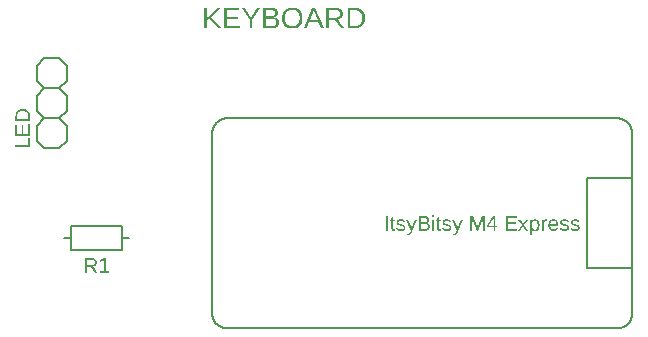
<source format=gbr>
G04 EAGLE Gerber RS-274X export*
G75*
%MOMM*%
%FSLAX34Y34*%
%LPD*%
%INSilkscreen Top*%
%IPPOS*%
%AMOC8*
5,1,8,0,0,1.08239X$1,22.5*%
G01*
G04 Define Apertures*
%ADD10C,0.152400*%
%ADD11C,0.127000*%
G36*
X546684Y418855D02*
X546030Y418872D01*
X545399Y418922D01*
X544790Y419006D01*
X544205Y419125D01*
X543642Y419276D01*
X543102Y419462D01*
X542584Y419681D01*
X542090Y419934D01*
X541621Y420219D01*
X541181Y420534D01*
X540769Y420879D01*
X540386Y421255D01*
X540032Y421660D01*
X539706Y422095D01*
X539408Y422561D01*
X539140Y423056D01*
X538901Y423578D01*
X538694Y424120D01*
X538519Y424684D01*
X538376Y425269D01*
X538264Y425876D01*
X538185Y426503D01*
X538137Y427152D01*
X538121Y427823D01*
X538130Y428334D01*
X538157Y428831D01*
X538201Y429314D01*
X538263Y429783D01*
X538343Y430238D01*
X538440Y430678D01*
X538556Y431105D01*
X538689Y431517D01*
X538839Y431915D01*
X539008Y432299D01*
X539194Y432669D01*
X539398Y433025D01*
X539620Y433366D01*
X539859Y433694D01*
X540116Y434007D01*
X540391Y434306D01*
X540681Y434589D01*
X540986Y434854D01*
X541304Y435101D01*
X541637Y435329D01*
X541983Y435539D01*
X542343Y435730D01*
X542717Y435904D01*
X543105Y436059D01*
X543507Y436196D01*
X543923Y436315D01*
X544352Y436415D01*
X544796Y436497D01*
X545253Y436561D01*
X545725Y436607D01*
X546210Y436634D01*
X546709Y436643D01*
X547357Y436627D01*
X547984Y436578D01*
X548589Y436496D01*
X549172Y436381D01*
X549733Y436234D01*
X550272Y436053D01*
X550789Y435840D01*
X551285Y435594D01*
X551755Y435317D01*
X552197Y435011D01*
X552610Y434674D01*
X552995Y434308D01*
X553351Y433912D01*
X553678Y433486D01*
X553977Y433031D01*
X554248Y432546D01*
X554488Y432035D01*
X554696Y431501D01*
X554872Y430944D01*
X555016Y430365D01*
X555128Y429763D01*
X555208Y429139D01*
X555256Y428492D01*
X555272Y427823D01*
X555256Y427155D01*
X555207Y426509D01*
X555126Y425884D01*
X555013Y425280D01*
X554867Y424697D01*
X554689Y424135D01*
X554478Y423595D01*
X554235Y423075D01*
X553962Y422580D01*
X553661Y422116D01*
X553331Y421680D01*
X552973Y421275D01*
X552587Y420898D01*
X552173Y420551D01*
X551731Y420234D01*
X551260Y419946D01*
X550765Y419691D01*
X550247Y419469D01*
X549708Y419281D01*
X549147Y419128D01*
X548564Y419008D01*
X547959Y418923D01*
X547333Y418872D01*
X546684Y418855D01*
G37*
%LPC*%
G36*
X546684Y420756D02*
X547053Y420763D01*
X547411Y420785D01*
X547758Y420821D01*
X548094Y420872D01*
X548419Y420936D01*
X548734Y421016D01*
X549037Y421110D01*
X549330Y421218D01*
X549611Y421340D01*
X549882Y421477D01*
X550142Y421629D01*
X550391Y421795D01*
X550629Y421975D01*
X550857Y422170D01*
X551073Y422379D01*
X551279Y422603D01*
X551473Y422839D01*
X551654Y423088D01*
X551823Y423349D01*
X551979Y423621D01*
X552123Y423906D01*
X552254Y424202D01*
X552373Y424510D01*
X552479Y424831D01*
X552573Y425163D01*
X552655Y425507D01*
X552723Y425863D01*
X552780Y426231D01*
X552823Y426611D01*
X552855Y427003D01*
X552873Y427407D01*
X552880Y427823D01*
X552873Y428220D01*
X552855Y428608D01*
X552823Y428984D01*
X552779Y429349D01*
X552722Y429704D01*
X552653Y430048D01*
X552571Y430380D01*
X552476Y430703D01*
X552369Y431014D01*
X552250Y431314D01*
X552117Y431604D01*
X551972Y431883D01*
X551815Y432150D01*
X551645Y432408D01*
X551462Y432654D01*
X551266Y432889D01*
X551060Y433112D01*
X550842Y433321D01*
X550615Y433515D01*
X550377Y433694D01*
X550128Y433860D01*
X549869Y434011D01*
X549600Y434147D01*
X549320Y434269D01*
X549030Y434377D01*
X548730Y434471D01*
X548419Y434550D01*
X548098Y434615D01*
X547766Y434665D01*
X547424Y434701D01*
X547072Y434722D01*
X546709Y434730D01*
X546343Y434722D01*
X545988Y434701D01*
X545643Y434666D01*
X545309Y434616D01*
X544985Y434552D01*
X544672Y434474D01*
X544369Y434382D01*
X544077Y434276D01*
X543796Y434155D01*
X543525Y434020D01*
X543265Y433871D01*
X543015Y433708D01*
X542775Y433531D01*
X542547Y433339D01*
X542328Y433134D01*
X542121Y432914D01*
X541925Y432681D01*
X541741Y432437D01*
X541570Y432182D01*
X541412Y431915D01*
X541267Y431636D01*
X541134Y431347D01*
X541014Y431046D01*
X540906Y430733D01*
X540811Y430409D01*
X540729Y430074D01*
X540659Y429727D01*
X540602Y429369D01*
X540558Y429000D01*
X540527Y428619D01*
X540508Y428226D01*
X540501Y427823D01*
X540508Y427421D01*
X540527Y427031D01*
X540559Y426651D01*
X540604Y426281D01*
X540661Y425922D01*
X540732Y425573D01*
X540815Y425235D01*
X540911Y424907D01*
X541019Y424590D01*
X541141Y424284D01*
X541275Y423987D01*
X541423Y423702D01*
X541582Y423426D01*
X541755Y423162D01*
X541941Y422908D01*
X542139Y422664D01*
X542349Y422433D01*
X542568Y422217D01*
X542798Y422016D01*
X543037Y421829D01*
X543287Y421658D01*
X543546Y421501D01*
X543815Y421360D01*
X544094Y421233D01*
X544383Y421121D01*
X544682Y421024D01*
X544991Y420942D01*
X545310Y420875D01*
X545639Y420823D01*
X545977Y420786D01*
X546326Y420764D01*
X546684Y420756D01*
G37*
%LPD*%
G36*
X599895Y419100D02*
X593430Y419100D01*
X593430Y436386D01*
X599147Y436386D01*
X599688Y436377D01*
X600213Y436351D01*
X600723Y436308D01*
X601217Y436248D01*
X601696Y436171D01*
X602159Y436076D01*
X602606Y435964D01*
X603037Y435835D01*
X603453Y435689D01*
X603853Y435526D01*
X604238Y435345D01*
X604606Y435147D01*
X604959Y434932D01*
X605297Y434700D01*
X605619Y434450D01*
X605925Y434184D01*
X606214Y433901D01*
X606484Y433604D01*
X606736Y433292D01*
X606969Y432966D01*
X607183Y432626D01*
X607379Y432271D01*
X607556Y431901D01*
X607714Y431517D01*
X607854Y431118D01*
X607975Y430705D01*
X608078Y430277D01*
X608162Y429835D01*
X608227Y429378D01*
X608274Y428907D01*
X608302Y428421D01*
X608311Y427921D01*
X608295Y427263D01*
X608246Y426625D01*
X608164Y426009D01*
X608050Y425413D01*
X607904Y424839D01*
X607724Y424285D01*
X607513Y423752D01*
X607268Y423240D01*
X606994Y422754D01*
X606692Y422296D01*
X606364Y421868D01*
X606008Y421469D01*
X605624Y421100D01*
X605214Y420760D01*
X604776Y420449D01*
X604312Y420167D01*
X603824Y419917D01*
X603318Y419700D01*
X602793Y419517D01*
X602251Y419367D01*
X601689Y419250D01*
X601110Y419167D01*
X600512Y419117D01*
X599895Y419100D01*
G37*
%LPC*%
G36*
X599625Y420977D02*
X600093Y420990D01*
X600547Y421029D01*
X600987Y421094D01*
X601412Y421186D01*
X601822Y421303D01*
X602219Y421446D01*
X602601Y421616D01*
X602968Y421811D01*
X603318Y422031D01*
X603647Y422274D01*
X603955Y422540D01*
X604243Y422829D01*
X604509Y423142D01*
X604754Y423477D01*
X604979Y423835D01*
X605183Y424216D01*
X605364Y424617D01*
X605521Y425036D01*
X605654Y425473D01*
X605762Y425927D01*
X605847Y426399D01*
X605907Y426889D01*
X605943Y427396D01*
X605955Y427921D01*
X605949Y428317D01*
X605928Y428700D01*
X605894Y429072D01*
X605845Y429432D01*
X605784Y429780D01*
X605708Y430117D01*
X605619Y430441D01*
X605515Y430753D01*
X605398Y431053D01*
X605268Y431342D01*
X605123Y431618D01*
X604965Y431883D01*
X604793Y432136D01*
X604608Y432376D01*
X604408Y432605D01*
X604195Y432822D01*
X603969Y433026D01*
X603730Y433217D01*
X603479Y433395D01*
X603216Y433560D01*
X602941Y433711D01*
X602653Y433850D01*
X602353Y433975D01*
X602040Y434087D01*
X601716Y434186D01*
X601379Y434271D01*
X601029Y434344D01*
X600668Y434403D01*
X600294Y434449D01*
X599907Y434482D01*
X599509Y434502D01*
X599098Y434509D01*
X595773Y434509D01*
X595773Y420977D01*
X599625Y420977D01*
G37*
%LPD*%
G36*
X529228Y419100D02*
X522211Y419100D01*
X522211Y436386D01*
X528492Y436386D01*
X529229Y436369D01*
X529918Y436320D01*
X530560Y436238D01*
X531154Y436123D01*
X531701Y435976D01*
X532200Y435796D01*
X532652Y435583D01*
X533056Y435337D01*
X533413Y435058D01*
X533722Y434747D01*
X533983Y434403D01*
X534197Y434026D01*
X534363Y433616D01*
X534482Y433173D01*
X534553Y432698D01*
X534571Y432448D01*
X534577Y432190D01*
X534564Y431814D01*
X534524Y431454D01*
X534456Y431109D01*
X534363Y430779D01*
X534242Y430465D01*
X534094Y430166D01*
X533920Y429882D01*
X533718Y429614D01*
X533493Y429364D01*
X533353Y429236D01*
X533245Y429135D01*
X532974Y428928D01*
X532682Y428743D01*
X532367Y428579D01*
X532030Y428436D01*
X531671Y428315D01*
X531289Y428215D01*
X531790Y428140D01*
X532261Y428037D01*
X532702Y427906D01*
X533114Y427747D01*
X533497Y427561D01*
X533850Y427347D01*
X534173Y427105D01*
X534309Y426980D01*
X534467Y426835D01*
X534728Y426542D01*
X534955Y426230D01*
X535147Y425900D01*
X535304Y425551D01*
X535426Y425184D01*
X535513Y424798D01*
X535566Y424394D01*
X535583Y423970D01*
X535577Y423686D01*
X535557Y423410D01*
X535524Y423142D01*
X535478Y422881D01*
X535419Y422629D01*
X535347Y422385D01*
X535163Y421920D01*
X534927Y421488D01*
X534638Y421087D01*
X534296Y420719D01*
X533903Y420382D01*
X533462Y420082D01*
X532980Y419821D01*
X532457Y419601D01*
X531894Y419421D01*
X531289Y419280D01*
X530643Y419180D01*
X529956Y419120D01*
X529228Y419100D01*
G37*
%LPC*%
G36*
X529106Y420977D02*
X529624Y420989D01*
X530106Y421027D01*
X530552Y421089D01*
X530961Y421176D01*
X531334Y421289D01*
X531670Y421426D01*
X531970Y421588D01*
X532234Y421774D01*
X532464Y421986D01*
X532663Y422222D01*
X532832Y422483D01*
X532970Y422768D01*
X533077Y423078D01*
X533154Y423412D01*
X533200Y423771D01*
X533215Y424154D01*
X533199Y424524D01*
X533148Y424870D01*
X533065Y425193D01*
X532947Y425491D01*
X532796Y425765D01*
X532612Y426016D01*
X532394Y426243D01*
X532142Y426446D01*
X531857Y426624D01*
X531538Y426780D01*
X531186Y426911D01*
X530800Y427018D01*
X530381Y427102D01*
X529928Y427161D01*
X529442Y427197D01*
X528922Y427209D01*
X524554Y427209D01*
X524554Y420977D01*
X529106Y420977D01*
G37*
G36*
X528492Y429037D02*
X528947Y429048D01*
X529371Y429081D01*
X529766Y429136D01*
X530132Y429213D01*
X530467Y429313D01*
X530773Y429434D01*
X531049Y429577D01*
X531296Y429743D01*
X531513Y429931D01*
X531701Y430142D01*
X531860Y430378D01*
X531990Y430637D01*
X532092Y430919D01*
X532164Y431225D01*
X532207Y431555D01*
X532222Y431908D01*
X532207Y432245D01*
X532162Y432557D01*
X532087Y432845D01*
X531983Y433107D01*
X531848Y433345D01*
X531684Y433557D01*
X531489Y433745D01*
X531265Y433908D01*
X531012Y434048D01*
X530733Y434171D01*
X530426Y434274D01*
X530093Y434358D01*
X529733Y434424D01*
X529346Y434471D01*
X528933Y434499D01*
X528492Y434509D01*
X524554Y434509D01*
X524554Y429037D01*
X528492Y429037D01*
G37*
%LPD*%
G36*
X577617Y419100D02*
X575274Y419100D01*
X575274Y436386D01*
X583407Y436386D01*
X584116Y436365D01*
X584784Y436304D01*
X585410Y436202D01*
X585994Y436059D01*
X586537Y435875D01*
X587038Y435651D01*
X587498Y435385D01*
X587916Y435079D01*
X588288Y434737D01*
X588611Y434362D01*
X588884Y433955D01*
X589107Y433517D01*
X589281Y433046D01*
X589405Y432543D01*
X589449Y432280D01*
X589480Y432008D01*
X589498Y431729D01*
X589504Y431442D01*
X589487Y430970D01*
X589434Y430517D01*
X589347Y430083D01*
X589224Y429669D01*
X589066Y429274D01*
X588873Y428898D01*
X588645Y428541D01*
X588382Y428203D01*
X588088Y427890D01*
X587767Y427607D01*
X587420Y427355D01*
X587265Y427262D01*
X587046Y427133D01*
X586646Y426941D01*
X586219Y426779D01*
X585765Y426648D01*
X585284Y426547D01*
X587373Y423377D01*
X590192Y419100D01*
X587493Y419100D01*
X583002Y426277D01*
X577617Y426277D01*
X577617Y419100D01*
G37*
%LPC*%
G36*
X583272Y428129D02*
X583722Y428143D01*
X584146Y428183D01*
X584543Y428251D01*
X584915Y428346D01*
X585260Y428467D01*
X585578Y428616D01*
X585871Y428791D01*
X586137Y428994D01*
X586374Y429221D01*
X586580Y429470D01*
X586754Y429740D01*
X586896Y430032D01*
X587007Y430346D01*
X587086Y430681D01*
X587133Y431038D01*
X587149Y431417D01*
X587133Y431783D01*
X587085Y432127D01*
X587005Y432448D01*
X586893Y432747D01*
X586749Y433023D01*
X586573Y433277D01*
X586365Y433508D01*
X586125Y433717D01*
X585854Y433903D01*
X585556Y434064D01*
X585230Y434200D01*
X584875Y434311D01*
X584492Y434397D01*
X584081Y434459D01*
X583642Y434496D01*
X583174Y434509D01*
X577617Y434509D01*
X577617Y428129D01*
X583272Y428129D01*
G37*
%LPD*%
G36*
X558941Y419100D02*
X556512Y419100D01*
X563566Y436386D01*
X566228Y436386D01*
X573172Y419100D01*
X570779Y419100D01*
X568804Y424154D01*
X560928Y424154D01*
X558941Y419100D01*
G37*
%LPC*%
G36*
X568105Y425982D02*
X565884Y431687D01*
X565541Y432589D01*
X565197Y433601D01*
X564866Y434619D01*
X564756Y434276D01*
X564375Y433113D01*
X563848Y431663D01*
X561640Y425982D01*
X568105Y425982D01*
G37*
%LPD*%
G36*
X502329Y419100D02*
X488711Y419100D01*
X488711Y436386D01*
X501826Y436386D01*
X501826Y434472D01*
X491054Y434472D01*
X491054Y428927D01*
X501090Y428927D01*
X501090Y427037D01*
X491054Y427037D01*
X491054Y421014D01*
X502329Y421014D01*
X502329Y419100D01*
G37*
G36*
X474304Y419100D02*
X471961Y419100D01*
X471961Y436386D01*
X474304Y436386D01*
X474304Y427724D01*
X482634Y436386D01*
X485395Y436386D01*
X478034Y428878D01*
X486376Y419100D01*
X483468Y419100D01*
X476562Y427442D01*
X474304Y425725D01*
X474304Y419100D01*
G37*
G36*
X512932Y419100D02*
X510601Y419100D01*
X510601Y426265D01*
X503952Y436386D01*
X506528Y436386D01*
X511791Y428154D01*
X517030Y436386D01*
X519606Y436386D01*
X512932Y426265D01*
X512932Y419100D01*
G37*
G36*
X324612Y340147D02*
X312271Y340147D01*
X312271Y344228D01*
X312277Y344615D01*
X312296Y344990D01*
X312327Y345354D01*
X312370Y345707D01*
X312425Y346048D01*
X312492Y346379D01*
X312572Y346698D01*
X312664Y347006D01*
X312769Y347303D01*
X312885Y347588D01*
X313014Y347863D01*
X313156Y348126D01*
X313309Y348378D01*
X313475Y348619D01*
X313653Y348849D01*
X313843Y349068D01*
X314045Y349274D01*
X314257Y349467D01*
X314480Y349646D01*
X314712Y349813D01*
X314956Y349966D01*
X315209Y350106D01*
X315473Y350232D01*
X315747Y350345D01*
X316032Y350445D01*
X316327Y350531D01*
X316632Y350605D01*
X316948Y350665D01*
X317274Y350711D01*
X317611Y350744D01*
X317957Y350764D01*
X318315Y350771D01*
X318785Y350759D01*
X319239Y350725D01*
X319680Y350666D01*
X320105Y350585D01*
X320515Y350480D01*
X320910Y350352D01*
X321291Y350201D01*
X321656Y350027D01*
X322004Y349831D01*
X322330Y349615D01*
X322636Y349381D01*
X322921Y349127D01*
X323184Y348853D01*
X323427Y348560D01*
X323649Y348248D01*
X323850Y347916D01*
X324029Y347568D01*
X324183Y347206D01*
X324314Y346832D01*
X324422Y346444D01*
X324505Y346044D01*
X324564Y345630D01*
X324600Y345203D01*
X324612Y344763D01*
X324612Y340147D01*
G37*
%LPC*%
G36*
X323272Y341820D02*
X323272Y344570D01*
X323263Y344904D01*
X323235Y345228D01*
X323188Y345542D01*
X323123Y345845D01*
X323039Y346139D01*
X322937Y346422D01*
X322816Y346694D01*
X322676Y346957D01*
X322519Y347207D01*
X322346Y347441D01*
X322156Y347661D01*
X321949Y347866D01*
X321727Y348057D01*
X321487Y348232D01*
X321232Y348392D01*
X320960Y348538D01*
X320673Y348667D01*
X320374Y348779D01*
X320062Y348874D01*
X319738Y348951D01*
X319401Y349012D01*
X319051Y349055D01*
X318689Y349081D01*
X318315Y349089D01*
X317758Y349070D01*
X317235Y349011D01*
X316747Y348913D01*
X316293Y348775D01*
X315872Y348598D01*
X315486Y348382D01*
X315134Y348127D01*
X314816Y347833D01*
X314533Y347501D01*
X314289Y347134D01*
X314082Y346732D01*
X313912Y346294D01*
X313781Y345822D01*
X313687Y345314D01*
X313630Y344771D01*
X313611Y344193D01*
X313611Y341820D01*
X323272Y341820D01*
G37*
%LPD*%
G36*
X324612Y328178D02*
X312271Y328178D01*
X312271Y337541D01*
X313638Y337541D01*
X313638Y329851D01*
X317596Y329851D01*
X317596Y337016D01*
X318945Y337016D01*
X318945Y329851D01*
X323246Y329851D01*
X323246Y337900D01*
X324612Y337900D01*
X324612Y328178D01*
G37*
G36*
X324612Y318209D02*
X312271Y318209D01*
X312271Y319882D01*
X323246Y319882D01*
X323246Y326118D01*
X324612Y326118D01*
X324612Y318209D01*
G37*
G36*
X372680Y212100D02*
X371007Y212100D01*
X371007Y224441D01*
X376814Y224441D01*
X377320Y224426D01*
X377797Y224382D01*
X378244Y224310D01*
X378661Y224208D01*
X379048Y224076D01*
X379406Y223916D01*
X379734Y223727D01*
X380033Y223508D01*
X380298Y223263D01*
X380529Y222996D01*
X380724Y222706D01*
X380883Y222392D01*
X381007Y222056D01*
X381096Y221697D01*
X381149Y221316D01*
X381167Y220911D01*
X381154Y220574D01*
X381117Y220251D01*
X381054Y219941D01*
X380966Y219645D01*
X380854Y219363D01*
X380716Y219095D01*
X380553Y218840D01*
X380365Y218599D01*
X380155Y218375D01*
X379927Y218174D01*
X379679Y217993D01*
X379568Y217927D01*
X379412Y217835D01*
X379126Y217698D01*
X378821Y217582D01*
X378497Y217489D01*
X378154Y217416D01*
X379645Y215153D01*
X381657Y212100D01*
X379730Y212100D01*
X376525Y217224D01*
X372680Y217224D01*
X372680Y212100D01*
G37*
%LPC*%
G36*
X376717Y218546D02*
X377039Y218556D01*
X377341Y218585D01*
X377625Y218633D01*
X377890Y218701D01*
X378136Y218787D01*
X378364Y218894D01*
X378573Y219019D01*
X378763Y219164D01*
X378932Y219326D01*
X379079Y219503D01*
X379203Y219696D01*
X379304Y219905D01*
X379384Y220129D01*
X379440Y220368D01*
X379474Y220623D01*
X379485Y220894D01*
X379474Y221155D01*
X379439Y221400D01*
X379382Y221630D01*
X379302Y221843D01*
X379199Y222040D01*
X379074Y222221D01*
X378925Y222387D01*
X378754Y222536D01*
X378561Y222668D01*
X378348Y222783D01*
X378115Y222880D01*
X377861Y222960D01*
X377588Y223021D01*
X377295Y223065D01*
X376981Y223092D01*
X376647Y223101D01*
X372680Y223101D01*
X372680Y218546D01*
X376717Y218546D01*
G37*
%LPD*%
G36*
X391573Y212100D02*
X383839Y212100D01*
X383839Y213440D01*
X386984Y213440D01*
X386984Y222934D01*
X384198Y220946D01*
X384198Y222435D01*
X387115Y224441D01*
X388569Y224441D01*
X388569Y213440D01*
X391573Y213440D01*
X391573Y212100D01*
G37*
G36*
X658568Y247650D02*
X653558Y247650D01*
X653558Y259991D01*
X658042Y259991D01*
X658569Y259979D01*
X659061Y259944D01*
X659519Y259885D01*
X659943Y259804D01*
X660333Y259698D01*
X660690Y259570D01*
X661012Y259417D01*
X661301Y259242D01*
X661555Y259043D01*
X661776Y258821D01*
X661962Y258575D01*
X662115Y258306D01*
X662234Y258013D01*
X662319Y257697D01*
X662370Y257358D01*
X662387Y256995D01*
X662377Y256727D01*
X662348Y256470D01*
X662301Y256224D01*
X662233Y255988D01*
X662147Y255764D01*
X662042Y255550D01*
X661917Y255348D01*
X661774Y255156D01*
X661612Y254978D01*
X661513Y254886D01*
X661435Y254814D01*
X661242Y254667D01*
X661034Y254534D01*
X660809Y254417D01*
X660568Y254315D01*
X660312Y254229D01*
X660039Y254158D01*
X660397Y254104D01*
X660733Y254030D01*
X661048Y253937D01*
X661342Y253824D01*
X661615Y253691D01*
X661867Y253538D01*
X662098Y253365D01*
X662195Y253276D01*
X662308Y253172D01*
X662495Y252963D01*
X662657Y252741D01*
X662794Y252505D01*
X662906Y252256D01*
X662993Y251994D01*
X663055Y251718D01*
X663092Y251429D01*
X663105Y251127D01*
X663086Y250727D01*
X663030Y250350D01*
X662936Y249995D01*
X662805Y249663D01*
X662636Y249355D01*
X662430Y249069D01*
X662186Y248806D01*
X661905Y248565D01*
X661590Y248351D01*
X661246Y248165D01*
X660873Y248008D01*
X660471Y247879D01*
X660039Y247779D01*
X659578Y247707D01*
X659088Y247664D01*
X658568Y247650D01*
G37*
%LPC*%
G36*
X658480Y248990D02*
X658851Y248999D01*
X659195Y249026D01*
X659513Y249070D01*
X659805Y249132D01*
X660071Y249212D01*
X660312Y249310D01*
X660526Y249426D01*
X660714Y249559D01*
X660878Y249710D01*
X661020Y249879D01*
X661141Y250065D01*
X661239Y250269D01*
X661316Y250490D01*
X661371Y250729D01*
X661404Y250985D01*
X661415Y251259D01*
X661403Y251523D01*
X661367Y251770D01*
X661307Y252000D01*
X661223Y252213D01*
X661115Y252409D01*
X660983Y252587D01*
X660828Y252749D01*
X660648Y252894D01*
X660445Y253022D01*
X660217Y253133D01*
X659966Y253226D01*
X659690Y253303D01*
X659391Y253363D01*
X659068Y253405D01*
X658720Y253431D01*
X658349Y253439D01*
X655231Y253439D01*
X655231Y248990D01*
X658480Y248990D01*
G37*
G36*
X658042Y254744D02*
X658367Y254752D01*
X658670Y254776D01*
X658952Y254815D01*
X659213Y254870D01*
X659452Y254941D01*
X659671Y255028D01*
X659868Y255130D01*
X660044Y255248D01*
X660199Y255382D01*
X660333Y255534D01*
X660447Y255701D01*
X660540Y255886D01*
X660612Y256088D01*
X660664Y256306D01*
X660695Y256542D01*
X660705Y256794D01*
X660694Y257035D01*
X660662Y257258D01*
X660609Y257463D01*
X660534Y257650D01*
X660438Y257820D01*
X660321Y257971D01*
X660182Y258105D01*
X660022Y258222D01*
X659842Y258322D01*
X659642Y258409D01*
X659423Y258483D01*
X659185Y258543D01*
X658928Y258590D01*
X658652Y258624D01*
X658357Y258644D01*
X658042Y258651D01*
X655231Y258651D01*
X655231Y254744D01*
X658042Y254744D01*
G37*
%LPD*%
G36*
X749559Y243928D02*
X747983Y243928D01*
X747983Y255191D01*
X747970Y256406D01*
X747953Y256828D01*
X747930Y257127D01*
X749454Y257127D01*
X749481Y256877D01*
X749520Y256216D01*
X749542Y255603D01*
X749577Y255603D01*
X749804Y256011D01*
X750065Y256361D01*
X750360Y256653D01*
X750521Y256777D01*
X750689Y256886D01*
X750869Y256981D01*
X751063Y257064D01*
X751270Y257134D01*
X751491Y257191D01*
X751725Y257236D01*
X751973Y257268D01*
X752235Y257287D01*
X752511Y257293D01*
X752935Y257275D01*
X753332Y257220D01*
X753700Y257128D01*
X754042Y257000D01*
X754355Y256835D01*
X754641Y256633D01*
X754899Y256395D01*
X755130Y256120D01*
X755333Y255805D01*
X755509Y255449D01*
X755658Y255051D01*
X755780Y254611D01*
X755875Y254129D01*
X755943Y253605D01*
X755983Y253040D01*
X755997Y252432D01*
X755983Y251832D01*
X755942Y251270D01*
X755874Y250747D01*
X755779Y250263D01*
X755657Y249818D01*
X755507Y249411D01*
X755330Y249043D01*
X755125Y248714D01*
X754894Y248424D01*
X754635Y248172D01*
X754349Y247959D01*
X754036Y247785D01*
X753696Y247649D01*
X753328Y247552D01*
X752933Y247494D01*
X752511Y247475D01*
X752243Y247481D01*
X751986Y247501D01*
X751740Y247533D01*
X751506Y247578D01*
X751283Y247636D01*
X751071Y247706D01*
X750870Y247790D01*
X750680Y247886D01*
X750502Y247996D01*
X750335Y248118D01*
X750179Y248253D01*
X750035Y248401D01*
X749901Y248562D01*
X749779Y248736D01*
X749668Y248922D01*
X749568Y249121D01*
X749524Y249121D01*
X749540Y249002D01*
X749551Y248714D01*
X749559Y247633D01*
X749559Y243928D01*
G37*
%LPC*%
G36*
X752091Y248640D02*
X752374Y248653D01*
X752638Y248694D01*
X752882Y248761D01*
X753106Y248855D01*
X753310Y248977D01*
X753494Y249125D01*
X753658Y249300D01*
X753803Y249502D01*
X753929Y249736D01*
X754039Y250007D01*
X754131Y250314D01*
X754207Y250657D01*
X754266Y251038D01*
X754308Y251454D01*
X754333Y251907D01*
X754342Y252397D01*
X754333Y252874D01*
X754308Y253316D01*
X754266Y253723D01*
X754208Y254094D01*
X754133Y254430D01*
X754041Y254731D01*
X753933Y254996D01*
X753807Y255226D01*
X753664Y255425D01*
X753501Y255598D01*
X753318Y255744D01*
X753115Y255863D01*
X752893Y255956D01*
X752651Y256023D01*
X752390Y256062D01*
X752108Y256076D01*
X751880Y256070D01*
X751665Y256051D01*
X751463Y256020D01*
X751273Y255977D01*
X751096Y255922D01*
X750931Y255854D01*
X750780Y255774D01*
X750641Y255682D01*
X750392Y255457D01*
X750175Y255177D01*
X749989Y254842D01*
X749835Y254451D01*
X749715Y254001D01*
X749628Y253489D01*
X749577Y252913D01*
X749559Y252275D01*
X749569Y251823D01*
X749597Y251403D01*
X749643Y251013D01*
X749708Y250654D01*
X749792Y250326D01*
X749894Y250028D01*
X750015Y249761D01*
X750155Y249524D01*
X750316Y249317D01*
X750499Y249137D01*
X750706Y248985D01*
X750937Y248861D01*
X751190Y248764D01*
X751467Y248695D01*
X751767Y248654D01*
X752091Y248640D01*
G37*
%LPD*%
G36*
X698922Y247650D02*
X697433Y247650D01*
X697433Y259991D01*
X699632Y259991D01*
X702916Y251434D01*
X703088Y250898D01*
X703253Y250326D01*
X703468Y249472D01*
X703576Y249913D01*
X703761Y250536D01*
X703948Y251117D01*
X704063Y251434D01*
X707286Y259991D01*
X709432Y259991D01*
X709432Y247650D01*
X707926Y247650D01*
X707926Y255883D01*
X707946Y257223D01*
X708005Y258511D01*
X707597Y257114D01*
X707410Y256543D01*
X707234Y256058D01*
X704046Y247650D01*
X702872Y247650D01*
X699640Y256058D01*
X699150Y257547D01*
X698861Y258511D01*
X698887Y257538D01*
X698922Y255883D01*
X698922Y247650D01*
G37*
G36*
X718615Y247650D02*
X717127Y247650D01*
X717127Y250444D01*
X711311Y250444D01*
X711311Y251670D01*
X716960Y259991D01*
X718615Y259991D01*
X718615Y251688D01*
X720350Y251688D01*
X720350Y250444D01*
X718615Y250444D01*
X718615Y247650D01*
G37*
%LPC*%
G36*
X717127Y251688D02*
X717127Y258213D01*
X716881Y257749D01*
X716540Y257171D01*
X713378Y252511D01*
X712905Y251863D01*
X712765Y251688D01*
X717127Y251688D01*
G37*
%LPD*%
G36*
X737061Y247650D02*
X727339Y247650D01*
X727339Y259991D01*
X736702Y259991D01*
X736702Y258624D01*
X729012Y258624D01*
X729012Y254666D01*
X736177Y254666D01*
X736177Y253317D01*
X729012Y253317D01*
X729012Y249016D01*
X737061Y249016D01*
X737061Y247650D01*
G37*
G36*
X767805Y247475D02*
X767296Y247494D01*
X766817Y247553D01*
X766370Y247651D01*
X765954Y247788D01*
X765570Y247964D01*
X765216Y248179D01*
X764895Y248434D01*
X764604Y248727D01*
X764347Y249059D01*
X764123Y249430D01*
X763934Y249838D01*
X763780Y250284D01*
X763660Y250768D01*
X763574Y251291D01*
X763522Y251851D01*
X763505Y252450D01*
X763522Y253019D01*
X763574Y253555D01*
X763660Y254056D01*
X763780Y254523D01*
X763934Y254956D01*
X764123Y255355D01*
X764347Y255719D01*
X764604Y256049D01*
X764894Y256343D01*
X765213Y256597D01*
X765561Y256813D01*
X765939Y256989D01*
X766346Y257126D01*
X766783Y257224D01*
X767249Y257282D01*
X767744Y257302D01*
X768250Y257282D01*
X768723Y257223D01*
X769164Y257125D01*
X769572Y256987D01*
X769947Y256810D01*
X770290Y256594D01*
X770600Y256338D01*
X770877Y256043D01*
X771122Y255708D01*
X771334Y255335D01*
X771514Y254922D01*
X771661Y254469D01*
X771775Y253977D01*
X771857Y253446D01*
X771906Y252876D01*
X771922Y252266D01*
X771922Y252056D01*
X765160Y252056D01*
X765171Y251660D01*
X765202Y251288D01*
X765255Y250938D01*
X765329Y250613D01*
X765424Y250310D01*
X765540Y250031D01*
X765677Y249775D01*
X765835Y249542D01*
X766013Y249335D01*
X766211Y249155D01*
X766428Y249003D01*
X766665Y248878D01*
X766921Y248782D01*
X767196Y248713D01*
X767491Y248671D01*
X767805Y248657D01*
X768055Y248664D01*
X768292Y248683D01*
X768517Y248715D01*
X768728Y248760D01*
X768927Y248818D01*
X769113Y248889D01*
X769287Y248972D01*
X769448Y249069D01*
X769731Y249288D01*
X769965Y249535D01*
X770150Y249810D01*
X770284Y250111D01*
X771668Y249717D01*
X771553Y249446D01*
X771422Y249192D01*
X771273Y248955D01*
X771108Y248736D01*
X770926Y248535D01*
X770726Y248351D01*
X770510Y248184D01*
X770277Y248035D01*
X770028Y247904D01*
X769761Y247790D01*
X769477Y247694D01*
X769177Y247615D01*
X768859Y247554D01*
X768525Y247510D01*
X768174Y247484D01*
X767805Y247475D01*
G37*
%LPC*%
G36*
X770293Y253264D02*
X770252Y253626D01*
X770196Y253962D01*
X770124Y254274D01*
X770037Y254559D01*
X769934Y254820D01*
X769815Y255055D01*
X769681Y255265D01*
X769531Y255449D01*
X769365Y255611D01*
X769181Y255750D01*
X768980Y255868D01*
X768762Y255965D01*
X768527Y256040D01*
X768275Y256094D01*
X768005Y256126D01*
X767718Y256137D01*
X767438Y256125D01*
X767174Y256089D01*
X766924Y256029D01*
X766690Y255945D01*
X766470Y255838D01*
X766265Y255706D01*
X766075Y255550D01*
X765900Y255371D01*
X765743Y255170D01*
X765604Y254952D01*
X765485Y254715D01*
X765385Y254461D01*
X765304Y254189D01*
X765243Y253898D01*
X765201Y253590D01*
X765178Y253264D01*
X770293Y253264D01*
G37*
%LPD*%
G36*
X644791Y243928D02*
X644480Y243934D01*
X644195Y243952D01*
X643937Y243982D01*
X643705Y244024D01*
X643705Y245206D01*
X644055Y245167D01*
X644440Y245154D01*
X644622Y245162D01*
X644799Y245188D01*
X644971Y245230D01*
X645138Y245289D01*
X645300Y245365D01*
X645458Y245458D01*
X645759Y245695D01*
X646040Y245999D01*
X646303Y246371D01*
X646546Y246810D01*
X646770Y247317D01*
X646919Y247694D01*
X643162Y257127D01*
X644843Y257127D01*
X646840Y251889D01*
X646945Y251596D01*
X647340Y250453D01*
X647699Y249367D01*
X648312Y251092D01*
X650388Y257127D01*
X652052Y257127D01*
X648408Y247650D01*
X648120Y246941D01*
X647841Y246329D01*
X647572Y245813D01*
X647313Y245395D01*
X647052Y245048D01*
X646778Y244749D01*
X646490Y244496D01*
X646188Y244291D01*
X645869Y244132D01*
X645530Y244019D01*
X645170Y243950D01*
X644791Y243928D01*
G37*
G36*
X683666Y243928D02*
X683355Y243934D01*
X683070Y243952D01*
X682812Y243982D01*
X682580Y244024D01*
X682580Y245206D01*
X682930Y245167D01*
X683315Y245154D01*
X683497Y245162D01*
X683674Y245188D01*
X683846Y245230D01*
X684013Y245289D01*
X684175Y245365D01*
X684333Y245458D01*
X684634Y245695D01*
X684915Y245999D01*
X685178Y246371D01*
X685421Y246810D01*
X685645Y247317D01*
X685794Y247694D01*
X682037Y257127D01*
X683718Y257127D01*
X685715Y251889D01*
X685820Y251596D01*
X686215Y250453D01*
X686574Y249367D01*
X687187Y251092D01*
X689263Y257127D01*
X690927Y257127D01*
X687283Y247650D01*
X686995Y246941D01*
X686716Y246329D01*
X686447Y245813D01*
X686188Y245395D01*
X685927Y245048D01*
X685653Y244749D01*
X685365Y244496D01*
X685063Y244291D01*
X684744Y244132D01*
X684405Y244019D01*
X684045Y243950D01*
X683666Y243928D01*
G37*
G36*
X638625Y247475D02*
X638195Y247484D01*
X637791Y247511D01*
X637412Y247557D01*
X637058Y247620D01*
X636730Y247702D01*
X636427Y247802D01*
X636149Y247921D01*
X635897Y248057D01*
X635667Y248213D01*
X635459Y248389D01*
X635271Y248586D01*
X635105Y248803D01*
X634959Y249040D01*
X634835Y249298D01*
X634731Y249576D01*
X634648Y249875D01*
X636041Y250146D01*
X636098Y249962D01*
X636169Y249791D01*
X636252Y249632D01*
X636350Y249486D01*
X636460Y249353D01*
X636585Y249232D01*
X636722Y249125D01*
X636873Y249029D01*
X637038Y248946D01*
X637219Y248874D01*
X637415Y248813D01*
X637626Y248763D01*
X638095Y248697D01*
X638625Y248675D01*
X638915Y248680D01*
X639185Y248698D01*
X639434Y248726D01*
X639664Y248767D01*
X639873Y248818D01*
X640063Y248882D01*
X640232Y248956D01*
X640381Y249043D01*
X640511Y249140D01*
X640624Y249250D01*
X640720Y249370D01*
X640798Y249502D01*
X640859Y249646D01*
X640902Y249801D01*
X640928Y249968D01*
X640937Y250146D01*
X640913Y250413D01*
X640841Y250654D01*
X640720Y250869D01*
X640552Y251057D01*
X640329Y251225D01*
X640048Y251377D01*
X639708Y251514D01*
X639308Y251635D01*
X638178Y251933D01*
X637548Y252107D01*
X637017Y252280D01*
X636583Y252451D01*
X636247Y252620D01*
X635976Y252798D01*
X635736Y252994D01*
X635527Y253208D01*
X635349Y253439D01*
X635207Y253694D01*
X635106Y253976D01*
X635045Y254285D01*
X635025Y254622D01*
X635039Y254936D01*
X635083Y255231D01*
X635155Y255507D01*
X635256Y255764D01*
X635386Y256001D01*
X635545Y256219D01*
X635732Y256418D01*
X635949Y256597D01*
X636193Y256756D01*
X636464Y256894D01*
X636761Y257010D01*
X637084Y257106D01*
X637434Y257180D01*
X637811Y257233D01*
X638213Y257265D01*
X638642Y257276D01*
X639024Y257267D01*
X639386Y257241D01*
X639728Y257198D01*
X640049Y257138D01*
X640351Y257060D01*
X640632Y256965D01*
X640893Y256853D01*
X641134Y256724D01*
X641355Y256576D01*
X641554Y256406D01*
X641732Y256216D01*
X641888Y256006D01*
X642024Y255774D01*
X642138Y255522D01*
X642231Y255249D01*
X642303Y254955D01*
X640885Y254779D01*
X640845Y254933D01*
X640791Y255076D01*
X640724Y255211D01*
X640643Y255337D01*
X640439Y255560D01*
X640179Y255747D01*
X639868Y255895D01*
X639508Y256000D01*
X639100Y256063D01*
X638642Y256084D01*
X638143Y256064D01*
X637714Y256003D01*
X637526Y255958D01*
X637355Y255902D01*
X637202Y255836D01*
X637066Y255760D01*
X636947Y255674D01*
X636844Y255578D01*
X636756Y255471D01*
X636685Y255353D01*
X636629Y255225D01*
X636590Y255087D01*
X636566Y254938D01*
X636558Y254779D01*
X636571Y254587D01*
X636610Y254412D01*
X636676Y254254D01*
X636768Y254114D01*
X636886Y253987D01*
X637029Y253871D01*
X637197Y253764D01*
X637390Y253667D01*
X637653Y253566D01*
X638029Y253448D01*
X639124Y253159D01*
X639706Y253004D01*
X640201Y252856D01*
X640609Y252713D01*
X640928Y252577D01*
X641190Y252440D01*
X641422Y252295D01*
X641625Y252144D01*
X641800Y251985D01*
X641951Y251817D01*
X642083Y251636D01*
X642198Y251443D01*
X642295Y251237D01*
X642371Y251017D01*
X642426Y250782D01*
X642459Y250533D01*
X642470Y250269D01*
X642454Y249943D01*
X642407Y249637D01*
X642328Y249350D01*
X642217Y249082D01*
X642075Y248833D01*
X641901Y248604D01*
X641695Y248393D01*
X641458Y248202D01*
X641193Y248031D01*
X640902Y247884D01*
X640586Y247759D01*
X640244Y247657D01*
X639877Y247577D01*
X639485Y247520D01*
X639068Y247486D01*
X638625Y247475D01*
G37*
G36*
X677500Y247475D02*
X677070Y247484D01*
X676666Y247511D01*
X676287Y247557D01*
X675933Y247620D01*
X675605Y247702D01*
X675302Y247802D01*
X675024Y247921D01*
X674772Y248057D01*
X674542Y248213D01*
X674334Y248389D01*
X674146Y248586D01*
X673980Y248803D01*
X673834Y249040D01*
X673710Y249298D01*
X673606Y249576D01*
X673523Y249875D01*
X674916Y250146D01*
X674973Y249962D01*
X675044Y249791D01*
X675127Y249632D01*
X675225Y249486D01*
X675335Y249353D01*
X675460Y249232D01*
X675597Y249125D01*
X675748Y249029D01*
X675913Y248946D01*
X676094Y248874D01*
X676290Y248813D01*
X676501Y248763D01*
X676970Y248697D01*
X677500Y248675D01*
X677790Y248680D01*
X678060Y248698D01*
X678309Y248726D01*
X678539Y248767D01*
X678748Y248818D01*
X678938Y248882D01*
X679107Y248956D01*
X679256Y249043D01*
X679386Y249140D01*
X679499Y249250D01*
X679595Y249370D01*
X679673Y249502D01*
X679734Y249646D01*
X679777Y249801D01*
X679803Y249968D01*
X679812Y250146D01*
X679788Y250413D01*
X679716Y250654D01*
X679595Y250869D01*
X679427Y251057D01*
X679204Y251225D01*
X678923Y251377D01*
X678583Y251514D01*
X678183Y251635D01*
X677053Y251933D01*
X676423Y252107D01*
X675892Y252280D01*
X675458Y252451D01*
X675122Y252620D01*
X674851Y252798D01*
X674611Y252994D01*
X674402Y253208D01*
X674224Y253439D01*
X674082Y253694D01*
X673981Y253976D01*
X673920Y254285D01*
X673900Y254622D01*
X673914Y254936D01*
X673958Y255231D01*
X674030Y255507D01*
X674131Y255764D01*
X674261Y256001D01*
X674420Y256219D01*
X674607Y256418D01*
X674824Y256597D01*
X675068Y256756D01*
X675339Y256894D01*
X675636Y257010D01*
X675959Y257106D01*
X676309Y257180D01*
X676686Y257233D01*
X677088Y257265D01*
X677517Y257276D01*
X677899Y257267D01*
X678261Y257241D01*
X678603Y257198D01*
X678924Y257138D01*
X679226Y257060D01*
X679507Y256965D01*
X679768Y256853D01*
X680009Y256724D01*
X680230Y256576D01*
X680429Y256406D01*
X680607Y256216D01*
X680763Y256006D01*
X680899Y255774D01*
X681013Y255522D01*
X681106Y255249D01*
X681178Y254955D01*
X679760Y254779D01*
X679720Y254933D01*
X679666Y255076D01*
X679599Y255211D01*
X679518Y255337D01*
X679314Y255560D01*
X679054Y255747D01*
X678743Y255895D01*
X678383Y256000D01*
X677975Y256063D01*
X677517Y256084D01*
X677018Y256064D01*
X676589Y256003D01*
X676401Y255958D01*
X676230Y255902D01*
X676077Y255836D01*
X675941Y255760D01*
X675822Y255674D01*
X675719Y255578D01*
X675631Y255471D01*
X675560Y255353D01*
X675504Y255225D01*
X675465Y255087D01*
X675441Y254938D01*
X675433Y254779D01*
X675446Y254587D01*
X675485Y254412D01*
X675551Y254254D01*
X675643Y254114D01*
X675761Y253987D01*
X675904Y253871D01*
X676072Y253764D01*
X676265Y253667D01*
X676528Y253566D01*
X676904Y253448D01*
X677999Y253159D01*
X678581Y253004D01*
X679076Y252856D01*
X679484Y252713D01*
X679803Y252577D01*
X680065Y252440D01*
X680297Y252295D01*
X680500Y252144D01*
X680675Y251985D01*
X680826Y251817D01*
X680958Y251636D01*
X681073Y251443D01*
X681170Y251237D01*
X681246Y251017D01*
X681301Y250782D01*
X681334Y250533D01*
X681345Y250269D01*
X681329Y249943D01*
X681282Y249637D01*
X681203Y249350D01*
X681092Y249082D01*
X680950Y248833D01*
X680776Y248604D01*
X680570Y248393D01*
X680333Y248202D01*
X680068Y248031D01*
X679777Y247884D01*
X679461Y247759D01*
X679119Y247657D01*
X678752Y247577D01*
X678360Y247520D01*
X677943Y247486D01*
X677500Y247475D01*
G37*
G36*
X777187Y247475D02*
X776758Y247484D01*
X776353Y247511D01*
X775974Y247557D01*
X775621Y247620D01*
X775292Y247702D01*
X774989Y247802D01*
X774711Y247921D01*
X774459Y248057D01*
X774230Y248213D01*
X774021Y248389D01*
X773834Y248586D01*
X773667Y248803D01*
X773522Y249040D01*
X773397Y249298D01*
X773294Y249576D01*
X773211Y249875D01*
X774604Y250146D01*
X774661Y249962D01*
X774731Y249791D01*
X774815Y249632D01*
X774912Y249486D01*
X775023Y249353D01*
X775147Y249232D01*
X775285Y249125D01*
X775436Y249029D01*
X775601Y248946D01*
X775782Y248874D01*
X775978Y248813D01*
X776189Y248763D01*
X776657Y248697D01*
X777187Y248675D01*
X777477Y248680D01*
X777747Y248698D01*
X777997Y248726D01*
X778226Y248767D01*
X778436Y248818D01*
X778625Y248882D01*
X778794Y248956D01*
X778943Y249043D01*
X779074Y249140D01*
X779187Y249250D01*
X779282Y249370D01*
X779361Y249502D01*
X779421Y249646D01*
X779465Y249801D01*
X779491Y249968D01*
X779500Y250146D01*
X779475Y250413D01*
X779403Y250654D01*
X779283Y250869D01*
X779114Y251057D01*
X778892Y251225D01*
X778611Y251377D01*
X778270Y251514D01*
X777870Y251635D01*
X776741Y251933D01*
X776111Y252107D01*
X775579Y252280D01*
X775145Y252451D01*
X774809Y252620D01*
X774538Y252798D01*
X774298Y252994D01*
X774089Y253208D01*
X773912Y253439D01*
X773770Y253694D01*
X773669Y253976D01*
X773608Y254285D01*
X773588Y254622D01*
X773602Y254936D01*
X773645Y255231D01*
X773717Y255507D01*
X773819Y255764D01*
X773948Y256001D01*
X774107Y256219D01*
X774295Y256418D01*
X774512Y256597D01*
X774756Y256756D01*
X775026Y256894D01*
X775323Y257010D01*
X775647Y257106D01*
X775997Y257180D01*
X776373Y257233D01*
X776776Y257265D01*
X777205Y257276D01*
X777587Y257267D01*
X777948Y257241D01*
X778290Y257198D01*
X778612Y257138D01*
X778913Y257060D01*
X779194Y256965D01*
X779456Y256853D01*
X779697Y256724D01*
X779917Y256576D01*
X780116Y256406D01*
X780294Y256216D01*
X780451Y256006D01*
X780587Y255774D01*
X780701Y255522D01*
X780794Y255249D01*
X780866Y254955D01*
X779447Y254779D01*
X779407Y254933D01*
X779354Y255076D01*
X779286Y255211D01*
X779205Y255337D01*
X779001Y255560D01*
X778742Y255747D01*
X778431Y255895D01*
X778071Y256000D01*
X777662Y256063D01*
X777205Y256084D01*
X776706Y256064D01*
X776276Y256003D01*
X776088Y255958D01*
X775917Y255902D01*
X775764Y255836D01*
X775628Y255760D01*
X775509Y255674D01*
X775406Y255578D01*
X775319Y255471D01*
X775247Y255353D01*
X775192Y255225D01*
X775152Y255087D01*
X775128Y254938D01*
X775120Y254779D01*
X775133Y254587D01*
X775173Y254412D01*
X775239Y254254D01*
X775330Y254114D01*
X775448Y253987D01*
X775591Y253871D01*
X775759Y253764D01*
X775952Y253667D01*
X776215Y253566D01*
X776592Y253448D01*
X777687Y253159D01*
X778269Y253004D01*
X778764Y252856D01*
X779171Y252713D01*
X779491Y252577D01*
X779752Y252440D01*
X779985Y252295D01*
X780188Y252144D01*
X780362Y251985D01*
X780513Y251817D01*
X780646Y251636D01*
X780761Y251443D01*
X780857Y251237D01*
X780934Y251017D01*
X780989Y250782D01*
X781021Y250533D01*
X781032Y250269D01*
X781016Y249943D01*
X780969Y249637D01*
X780890Y249350D01*
X780779Y249082D01*
X780637Y248833D01*
X780463Y248604D01*
X780258Y248393D01*
X780021Y248202D01*
X779755Y248031D01*
X779464Y247884D01*
X779148Y247759D01*
X778807Y247657D01*
X778440Y247577D01*
X778048Y247520D01*
X777630Y247486D01*
X777187Y247475D01*
G37*
G36*
X786156Y247475D02*
X785726Y247484D01*
X785322Y247511D01*
X784943Y247557D01*
X784589Y247620D01*
X784261Y247702D01*
X783958Y247802D01*
X783680Y247921D01*
X783428Y248057D01*
X783198Y248213D01*
X782990Y248389D01*
X782803Y248586D01*
X782636Y248803D01*
X782491Y249040D01*
X782366Y249298D01*
X782262Y249576D01*
X782180Y249875D01*
X783572Y250146D01*
X783629Y249962D01*
X783700Y249791D01*
X783784Y249632D01*
X783881Y249486D01*
X783992Y249353D01*
X784116Y249232D01*
X784253Y249125D01*
X784404Y249029D01*
X784570Y248946D01*
X784750Y248874D01*
X784946Y248813D01*
X785158Y248763D01*
X785626Y248697D01*
X786156Y248675D01*
X786446Y248680D01*
X786716Y248698D01*
X786965Y248726D01*
X787195Y248767D01*
X787404Y248818D01*
X787594Y248882D01*
X787763Y248956D01*
X787912Y249043D01*
X788042Y249140D01*
X788155Y249250D01*
X788251Y249370D01*
X788329Y249502D01*
X788390Y249646D01*
X788434Y249801D01*
X788460Y249968D01*
X788468Y250146D01*
X788444Y250413D01*
X788372Y250654D01*
X788252Y250869D01*
X788083Y251057D01*
X787861Y251225D01*
X787579Y251377D01*
X787239Y251514D01*
X786839Y251635D01*
X785709Y251933D01*
X785080Y252107D01*
X784548Y252280D01*
X784114Y252451D01*
X783778Y252620D01*
X783507Y252798D01*
X783267Y252994D01*
X783058Y253208D01*
X782880Y253439D01*
X782739Y253694D01*
X782637Y253976D01*
X782577Y254285D01*
X782556Y254622D01*
X782571Y254936D01*
X782614Y255231D01*
X782686Y255507D01*
X782787Y255764D01*
X782917Y256001D01*
X783076Y256219D01*
X783264Y256418D01*
X783480Y256597D01*
X783725Y256756D01*
X783995Y256894D01*
X784292Y257010D01*
X784616Y257106D01*
X784966Y257180D01*
X785342Y257233D01*
X785744Y257265D01*
X786174Y257276D01*
X786555Y257267D01*
X786917Y257241D01*
X787259Y257198D01*
X787580Y257138D01*
X787882Y257060D01*
X788163Y256965D01*
X788424Y256853D01*
X788665Y256724D01*
X788886Y256576D01*
X789085Y256406D01*
X789263Y256216D01*
X789420Y256006D01*
X789555Y255774D01*
X789670Y255522D01*
X789763Y255249D01*
X789835Y254955D01*
X788416Y254779D01*
X788376Y254933D01*
X788322Y255076D01*
X788255Y255211D01*
X788174Y255337D01*
X787970Y255560D01*
X787711Y255747D01*
X787399Y255895D01*
X787040Y256000D01*
X786631Y256063D01*
X786174Y256084D01*
X785674Y256064D01*
X785245Y256003D01*
X785057Y255958D01*
X784886Y255902D01*
X784733Y255836D01*
X784597Y255760D01*
X784478Y255674D01*
X784375Y255578D01*
X784287Y255471D01*
X784216Y255353D01*
X784160Y255225D01*
X784121Y255087D01*
X784097Y254938D01*
X784089Y254779D01*
X784102Y254587D01*
X784142Y254412D01*
X784207Y254254D01*
X784299Y254114D01*
X784417Y253987D01*
X784560Y253871D01*
X784728Y253764D01*
X784921Y253667D01*
X785184Y253566D01*
X785560Y253448D01*
X786655Y253159D01*
X787238Y253004D01*
X787733Y252856D01*
X788140Y252713D01*
X788460Y252577D01*
X788721Y252440D01*
X788953Y252295D01*
X789157Y252144D01*
X789331Y251985D01*
X789482Y251817D01*
X789615Y251636D01*
X789729Y251443D01*
X789826Y251237D01*
X789903Y251017D01*
X789957Y250782D01*
X789990Y250533D01*
X790001Y250269D01*
X789985Y249943D01*
X789938Y249637D01*
X789859Y249350D01*
X789748Y249082D01*
X789606Y248833D01*
X789432Y248604D01*
X789227Y248393D01*
X788989Y248202D01*
X788724Y248031D01*
X788433Y247884D01*
X788117Y247759D01*
X787775Y247657D01*
X787408Y247577D01*
X787016Y247520D01*
X786599Y247486D01*
X786156Y247475D01*
G37*
G36*
X739706Y247650D02*
X738007Y247650D01*
X741379Y252520D01*
X738165Y257127D01*
X739907Y257127D01*
X742272Y253439D01*
X744620Y257127D01*
X746380Y257127D01*
X743166Y252537D01*
X746581Y247650D01*
X744821Y247650D01*
X742272Y251539D01*
X739706Y247650D01*
G37*
G36*
X632439Y247510D02*
X632210Y247518D01*
X631995Y247543D01*
X631796Y247585D01*
X631611Y247644D01*
X631441Y247719D01*
X631286Y247812D01*
X631145Y247921D01*
X631020Y248046D01*
X630909Y248189D01*
X630813Y248348D01*
X630732Y248524D01*
X630665Y248717D01*
X630613Y248926D01*
X630576Y249153D01*
X630554Y249396D01*
X630547Y249656D01*
X630547Y255979D01*
X629452Y255979D01*
X629452Y257127D01*
X630608Y257127D01*
X631072Y259246D01*
X632123Y259246D01*
X632123Y257127D01*
X633875Y257127D01*
X633875Y255979D01*
X632123Y255979D01*
X632123Y249997D01*
X632137Y249681D01*
X632179Y249416D01*
X632249Y249202D01*
X632347Y249038D01*
X632479Y248918D01*
X632652Y248831D01*
X632866Y248780D01*
X633122Y248762D01*
X633507Y248793D01*
X634033Y248885D01*
X634033Y247720D01*
X633641Y247628D01*
X633244Y247562D01*
X632844Y247523D01*
X632439Y247510D01*
G37*
G36*
X671314Y247510D02*
X671085Y247518D01*
X670870Y247543D01*
X670671Y247585D01*
X670486Y247644D01*
X670316Y247719D01*
X670161Y247812D01*
X670020Y247921D01*
X669895Y248046D01*
X669784Y248189D01*
X669688Y248348D01*
X669607Y248524D01*
X669540Y248717D01*
X669488Y248926D01*
X669451Y249153D01*
X669429Y249396D01*
X669422Y249656D01*
X669422Y255979D01*
X668327Y255979D01*
X668327Y257127D01*
X669483Y257127D01*
X669947Y259246D01*
X670998Y259246D01*
X670998Y257127D01*
X672750Y257127D01*
X672750Y255979D01*
X670998Y255979D01*
X670998Y249997D01*
X671012Y249681D01*
X671054Y249416D01*
X671124Y249202D01*
X671222Y249038D01*
X671354Y248918D01*
X671527Y248831D01*
X671741Y248780D01*
X671997Y248762D01*
X672382Y248793D01*
X672908Y248885D01*
X672908Y247720D01*
X672516Y247628D01*
X672119Y247562D01*
X671719Y247523D01*
X671314Y247510D01*
G37*
G36*
X627540Y247650D02*
X625867Y247650D01*
X625867Y259991D01*
X627540Y259991D01*
X627540Y247650D01*
G37*
G36*
X759594Y247650D02*
X758018Y247650D01*
X758018Y254920D01*
X758005Y255971D01*
X757965Y257127D01*
X759454Y257127D01*
X759524Y255191D01*
X759559Y255191D01*
X759755Y255752D01*
X759964Y256216D01*
X760188Y256584D01*
X760306Y256732D01*
X760427Y256855D01*
X760555Y256960D01*
X760697Y257051D01*
X760851Y257127D01*
X761018Y257190D01*
X761197Y257239D01*
X761389Y257274D01*
X761593Y257295D01*
X761810Y257302D01*
X762128Y257280D01*
X762450Y257214D01*
X762450Y255769D01*
X762279Y255807D01*
X762082Y255835D01*
X761609Y255857D01*
X761371Y255844D01*
X761147Y255804D01*
X760938Y255738D01*
X760744Y255645D01*
X760564Y255527D01*
X760399Y255381D01*
X760248Y255210D01*
X760111Y255012D01*
X759990Y254789D01*
X759885Y254543D01*
X759796Y254275D01*
X759724Y253984D01*
X759667Y253669D01*
X759627Y253332D01*
X759603Y252973D01*
X759594Y252590D01*
X759594Y247650D01*
G37*
G36*
X666832Y247650D02*
X665255Y247650D01*
X665255Y257127D01*
X666832Y257127D01*
X666832Y247650D01*
G37*
G36*
X666832Y259141D02*
X665255Y259141D01*
X665255Y260648D01*
X666832Y260648D01*
X666832Y259141D01*
G37*
D10*
X330200Y323850D02*
X330200Y336550D01*
X336550Y342900D01*
X349250Y342900D01*
X355600Y336550D01*
X336550Y342900D02*
X330200Y349250D01*
X330200Y361950D01*
X336550Y368300D01*
X349250Y368300D01*
X355600Y361950D01*
X355600Y349250D01*
X349250Y342900D01*
X349250Y317500D02*
X336550Y317500D01*
X330200Y323850D01*
X349250Y317500D02*
X355600Y323850D01*
X355600Y336550D01*
X336550Y368300D02*
X330200Y374650D01*
X330200Y387350D01*
X336550Y393700D01*
X349250Y393700D01*
X355600Y387350D01*
X355600Y374650D01*
X349250Y368300D01*
D11*
X402600Y251450D02*
X402600Y231150D01*
X402600Y251450D02*
X359400Y251450D01*
X359400Y231150D01*
X402600Y231150D01*
X402600Y241300D02*
X408360Y241300D01*
X359400Y241300D02*
X353640Y241300D01*
X491538Y165100D02*
X821738Y165100D01*
X478838Y177800D02*
X478838Y330200D01*
X478838Y177800D02*
X478842Y177493D01*
X478853Y177186D01*
X478871Y176880D01*
X478897Y176574D01*
X478931Y176269D01*
X478971Y175965D01*
X479019Y175662D01*
X479075Y175360D01*
X479137Y175060D01*
X479207Y174761D01*
X479284Y174464D01*
X479368Y174168D01*
X479460Y173875D01*
X479558Y173585D01*
X479663Y173297D01*
X479776Y173011D01*
X479895Y172728D01*
X480021Y172448D01*
X480153Y172171D01*
X480293Y171898D01*
X480439Y171628D01*
X480591Y171362D01*
X480750Y171099D01*
X480915Y170840D01*
X481086Y170586D01*
X481263Y170335D01*
X481447Y170089D01*
X481636Y169847D01*
X481831Y169611D01*
X482032Y169378D01*
X482238Y169151D01*
X482450Y168929D01*
X482667Y168712D01*
X482889Y168500D01*
X483116Y168294D01*
X483349Y168093D01*
X483585Y167898D01*
X483827Y167709D01*
X484073Y167525D01*
X484324Y167348D01*
X484578Y167177D01*
X484837Y167012D01*
X485100Y166853D01*
X485366Y166701D01*
X485636Y166555D01*
X485909Y166415D01*
X486186Y166283D01*
X486466Y166157D01*
X486749Y166038D01*
X487035Y165925D01*
X487323Y165820D01*
X487613Y165722D01*
X487906Y165630D01*
X488202Y165546D01*
X488499Y165469D01*
X488798Y165399D01*
X489098Y165337D01*
X489400Y165281D01*
X489703Y165233D01*
X490007Y165193D01*
X490312Y165159D01*
X490618Y165133D01*
X490924Y165115D01*
X491231Y165104D01*
X491538Y165100D01*
X478838Y330200D02*
X478842Y330507D01*
X478853Y330814D01*
X478871Y331120D01*
X478897Y331426D01*
X478931Y331731D01*
X478971Y332035D01*
X479019Y332338D01*
X479075Y332640D01*
X479137Y332940D01*
X479207Y333239D01*
X479284Y333536D01*
X479368Y333832D01*
X479460Y334125D01*
X479558Y334415D01*
X479663Y334703D01*
X479776Y334989D01*
X479895Y335272D01*
X480021Y335552D01*
X480153Y335829D01*
X480293Y336102D01*
X480439Y336372D01*
X480591Y336638D01*
X480750Y336901D01*
X480915Y337160D01*
X481086Y337414D01*
X481263Y337665D01*
X481447Y337911D01*
X481636Y338153D01*
X481831Y338389D01*
X482032Y338622D01*
X482238Y338849D01*
X482450Y339071D01*
X482667Y339288D01*
X482889Y339500D01*
X483116Y339706D01*
X483349Y339907D01*
X483585Y340102D01*
X483827Y340291D01*
X484073Y340475D01*
X484324Y340652D01*
X484578Y340823D01*
X484837Y340988D01*
X485100Y341147D01*
X485366Y341299D01*
X485636Y341445D01*
X485909Y341585D01*
X486186Y341717D01*
X486466Y341843D01*
X486749Y341962D01*
X487035Y342075D01*
X487323Y342180D01*
X487613Y342278D01*
X487906Y342370D01*
X488202Y342454D01*
X488499Y342531D01*
X488798Y342601D01*
X489098Y342663D01*
X489400Y342719D01*
X489703Y342767D01*
X490007Y342807D01*
X490312Y342841D01*
X490618Y342867D01*
X490924Y342885D01*
X491231Y342896D01*
X491538Y342900D01*
X821738Y342900D01*
X822045Y342896D01*
X822352Y342885D01*
X822658Y342867D01*
X822964Y342841D01*
X823269Y342807D01*
X823573Y342767D01*
X823876Y342719D01*
X824178Y342663D01*
X824478Y342601D01*
X824777Y342531D01*
X825074Y342454D01*
X825370Y342370D01*
X825663Y342278D01*
X825953Y342180D01*
X826241Y342075D01*
X826527Y341962D01*
X826810Y341843D01*
X827090Y341717D01*
X827367Y341585D01*
X827640Y341445D01*
X827910Y341299D01*
X828176Y341147D01*
X828439Y340988D01*
X828698Y340823D01*
X828952Y340652D01*
X829203Y340475D01*
X829449Y340291D01*
X829691Y340102D01*
X829927Y339907D01*
X830160Y339706D01*
X830387Y339500D01*
X830609Y339288D01*
X830826Y339071D01*
X831038Y338849D01*
X831244Y338622D01*
X831445Y338389D01*
X831640Y338153D01*
X831829Y337911D01*
X832013Y337665D01*
X832190Y337414D01*
X832361Y337160D01*
X832526Y336901D01*
X832685Y336638D01*
X832837Y336372D01*
X832983Y336102D01*
X833123Y335829D01*
X833255Y335552D01*
X833381Y335272D01*
X833500Y334989D01*
X833613Y334703D01*
X833718Y334415D01*
X833816Y334125D01*
X833908Y333832D01*
X833992Y333536D01*
X834069Y333239D01*
X834139Y332940D01*
X834201Y332640D01*
X834257Y332338D01*
X834305Y332035D01*
X834345Y331731D01*
X834379Y331426D01*
X834405Y331120D01*
X834423Y330814D01*
X834434Y330507D01*
X834438Y330200D01*
X834438Y292100D01*
X834438Y254000D02*
X834438Y215900D01*
X834438Y177800D01*
X834434Y177493D01*
X834423Y177186D01*
X834405Y176880D01*
X834379Y176574D01*
X834345Y176269D01*
X834305Y175965D01*
X834257Y175662D01*
X834201Y175360D01*
X834139Y175060D01*
X834069Y174761D01*
X833992Y174464D01*
X833908Y174168D01*
X833816Y173875D01*
X833718Y173585D01*
X833613Y173297D01*
X833500Y173011D01*
X833381Y172728D01*
X833255Y172448D01*
X833123Y172171D01*
X832983Y171898D01*
X832837Y171628D01*
X832685Y171362D01*
X832526Y171099D01*
X832361Y170840D01*
X832190Y170586D01*
X832013Y170335D01*
X831829Y170089D01*
X831640Y169847D01*
X831445Y169611D01*
X831244Y169378D01*
X831038Y169151D01*
X830826Y168929D01*
X830609Y168712D01*
X830387Y168500D01*
X830160Y168294D01*
X829927Y168093D01*
X829691Y167898D01*
X829449Y167709D01*
X829203Y167525D01*
X828952Y167348D01*
X828698Y167177D01*
X828439Y167012D01*
X828176Y166853D01*
X827910Y166701D01*
X827640Y166555D01*
X827367Y166415D01*
X827090Y166283D01*
X826810Y166157D01*
X826527Y166038D01*
X826241Y165925D01*
X825953Y165820D01*
X825663Y165722D01*
X825370Y165630D01*
X825074Y165546D01*
X824777Y165469D01*
X824478Y165399D01*
X824178Y165337D01*
X823876Y165281D01*
X823573Y165233D01*
X823269Y165193D01*
X822964Y165159D01*
X822658Y165133D01*
X822352Y165115D01*
X822045Y165104D01*
X821738Y165100D01*
X834438Y215900D02*
X796338Y215900D01*
X796338Y292100D01*
X834438Y292100D01*
X834438Y254000D01*
M02*

</source>
